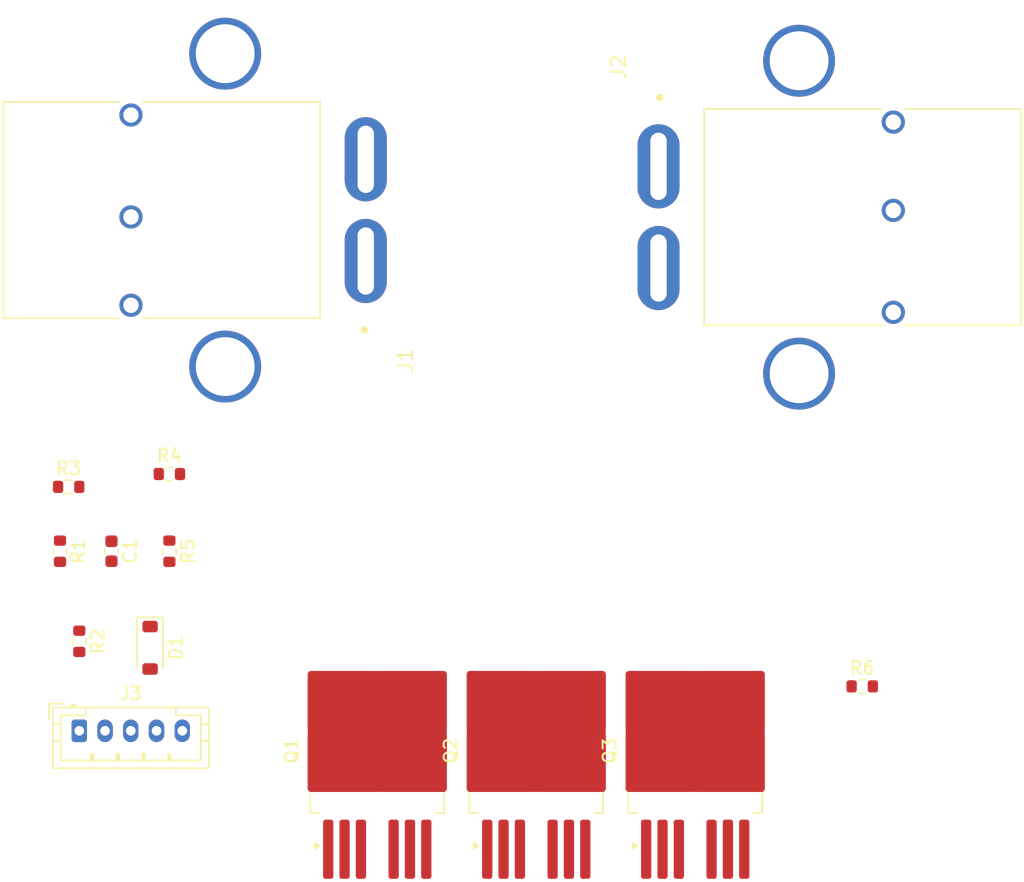
<source format=kicad_pcb>
(kicad_pcb (version 20240108) (generator "pcbnew") (generator_version "8.0")
  (layers (0 "F.Cu" signal) (31 "B.Cu" signal) (34 "B.Paste" user) (35 "F.Paste" user) (36 "B.SilkS" user "B.Silkscreen") (37 "F.SilkS" user "F.Silkscreen") (38 "B.Mask" user) (39 "F.Mask" user) (44 "Edge.Cuts" user))
  (net 0 "")
  (net 1 "/SW")
  (net 2 "Net-(C1-Pad1)")
  (net 3 "-BATT")
  (net 4 "+BATT")
  (net 5 "-VOUT")
  (net 6 "/NC")
  (net 7 "/+LED")
  (net 8 "/NO")
  (footprint "Resistor_SMD:R_0603_1608Metric" (layer "F.Cu") (at 116.675 124)
    (property "Reference" "R3" (at 0 -1.43 360) (layer "F.SilkS"))
    (property "Value" "10k")
    (fp_line (start -0.237258 -0.5225) (end 0.237258 -0.5225) (stroke (width 0.12)) (layer "F.SilkS"))
    (fp_line (start -0.237258 0.5225) (end 0.237258 0.5225) (stroke (width 0.12)) (layer "F.SilkS"))
    (pad "1" smd roundrect (at -0.825 0) (size 0.8 0.95) (layers "F.Cu" "F.Paste" "F.Mask") (net 4 "+BATT"))
    (pad "2" smd roundrect (at 0.825 0) (size 0.8 0.95) (layers "F.Cu" "F.Paste" "F.Mask") (net 8 "/NO"))
  )
  (footprint "Package_TO_SOT_SMD:TO-263-6" (layer "F.Cu") (at 140.65 144.5 90)
    (property "Reference" "Q1" (at 0 -6.65 90) (layer "F.SilkS"))
    (property "Value" "IRFS7530")
    (fp_line (start -3.325 -5.2) (end -4.825 -5.2) (stroke (width 0.12)) (layer "F.SilkS"))
    (fp_line (start -4.825 -5.2) (end -4.825 -4.51) (stroke (width 0.12)) (layer "F.SilkS"))
    (fp_line (start -3.325 5.2) (end -4.825 5.2) (stroke (width 0.12)) (layer "F.SilkS"))
    (fp_line (start -4.825 5.2) (end -4.825 4.51) (stroke (width 0.12)) (layer "F.SilkS"))
    (fp_poly (pts (xy -7.3875 -4.51) (xy -7.6275 -4.84) (xy -7.1475 -4.84) (xy -7.3875 -4.51)) (stroke (width 0.12)) (fill solid) (layer "F.SilkS"))
    (pad "1" smd roundrect (at -7.65 -3.81 90) (size 4.6 0.8) (layers "F.Cu" "F.Paste" "F.Mask") (net 1 "/SW"))
    (pad "2" smd roundrect (at -7.65 -2.54 90) (size 4.6 0.8) (layers "F.Cu" "F.Paste" "F.Mask") (net 3 "-BATT"))
    (pad "3" smd roundrect (at -7.65 -1.27 90) (size 4.6 0.8) (layers "F.Cu" "F.Paste" "F.Mask") (net 3 "-BATT"))
    (pad "4" smd roundrect (at -0.925 -2.775 90) (size 4.55 5.25) (layers "F.Cu" "F.Paste") (roundrect_rratio 0.054945) (net 5 "-VOUT"))
    (pad "4" smd roundrect (at -0.925 2.775 90) (size 4.55 5.25) (layers "F.Cu" "F.Paste") (roundrect_rratio 0.054945) (net 5 "-VOUT"))
    (pad "4" smd roundrect (at 1.5 0 90) (size 9.4 10.8) (layers "F.Cu" "F.Mask") (roundrect_rratio 0.026596) (net 5 "-VOUT"))
    (pad "4" smd roundrect (at 3.925 -2.775 90) (size 4.55 5.25) (layers "F.Cu" "F.Paste") (roundrect_rratio 0.054945) (net 5 "-VOUT"))
    (pad "4" smd roundrect (at 3.925 2.775 90) (size 4.55 5.25) (layers "F.Cu" "F.Paste") (roundrect_rratio 0.054945) (net 5 "-VOUT"))
    (pad "5" smd roundrect (at -7.65 1.27 90) (size 4.6 0.8) (layers "F.Cu" "F.Paste" "F.Mask") (net 3 "-BATT"))
    (pad "6" smd roundrect (at -7.65 2.54 90) (size 4.6 0.8) (layers "F.Cu" "F.Paste" "F.Mask") (net 3 "-BATT"))
    (pad "7" smd roundrect (at -7.65 3.81 90) (size 4.6 0.8) (layers "F.Cu" "F.Paste" "F.Mask") (net 3 "-BATT"))
  )
  (footprint "Diode_SMD:D_SOD-123" (layer "F.Cu") (at 123 136.5 -90)
    (property "Reference" "D1" (at 0 -2 90) (layer "F.SilkS"))
    (property "Value" "12V, 200mW, SOD-123")
    (fp_line (start -2.36 1) (end 1.65 1) (stroke (width 0.12)) (layer "F.SilkS"))
    (fp_line (start -2.36 -1) (end -2.36 1) (stroke (width 0.12)) (layer "F.SilkS"))
    (fp_line (start -2.36 -1) (end 1.65 -1) (stroke (width 0.12)) (layer "F.SilkS"))
    (pad "1" smd roundrect (at -1.65 0 270) (size 0.9 1.2) (layers "F.Cu" "F.Paste" "F.Mask") (net 1 "/SW"))
    (pad "2" smd roundrect (at 1.65 0 270) (size 0.9 1.2) (layers "F.Cu" "F.Paste" "F.Mask") (net 3 "-BATT"))
  )
  (footprint "Package_TO_SOT_SMD:TO-263-6" (layer "F.Cu") (at 153 144.5 90)
    (property "Reference" "Q2" (at 0 -6.65 90) (layer "F.SilkS"))
    (property "Value" "IRFS7530")
    (fp_line (start -3.325 -5.2) (end -4.825 -5.2) (stroke (width 0.12)) (layer "F.SilkS"))
    (fp_line (start -4.825 -5.2) (end -4.825 -4.51) (stroke (width 0.12)) (layer "F.SilkS"))
    (fp_line (start -3.325 5.2) (end -4.825 5.2) (stroke (width 0.12)) (layer "F.SilkS"))
    (fp_line (start -4.825 5.2) (end -4.825 4.51) (stroke (width 0.12)) (layer "F.SilkS"))
    (fp_poly (pts (xy -7.3875 -4.51) (xy -7.6275 -4.84) (xy -7.1475 -4.84) (xy -7.3875 -4.51)) (stroke (width 0.12)) (fill solid) (layer "F.SilkS"))
    (pad "1" smd roundrect (at -7.65 -3.81 90) (size 4.6 0.8) (layers "F.Cu" "F.Paste" "F.Mask") (net 1 "/SW"))
    (pad "2" smd roundrect (at -7.65 -2.54 90) (size 4.6 0.8) (layers "F.Cu" "F.Paste" "F.Mask") (net 3 "-BATT"))
    (pad "3" smd roundrect (at -7.65 -1.27 90) (size 4.6 0.8) (layers "F.Cu" "F.Paste" "F.Mask") (net 3 "-BATT"))
    (pad "4" smd roundrect (at -0.925 -2.775 90) (size 4.55 5.25) (layers "F.Cu" "F.Paste") (roundrect_rratio 0.054945) (net 5 "-VOUT"))
    (pad "4" smd roundrect (at -0.925 2.775 90) (size 4.55 5.25) (layers "F.Cu" "F.Paste") (roundrect_rratio 0.054945) (net 5 "-VOUT"))
    (pad "4" smd roundrect (at 1.5 0 90) (size 9.4 10.8) (layers "F.Cu" "F.Mask") (roundrect_rratio 0.026596) (net 5 "-VOUT"))
    (pad "4" smd roundrect (at 3.925 -2.775 90) (size 4.55 5.25) (layers "F.Cu" "F.Paste") (roundrect_rratio 0.054945) (net 5 "-VOUT"))
    (pad "4" smd roundrect (at 3.925 2.775 90) (size 4.55 5.25) (layers "F.Cu" "F.Paste") (roundrect_rratio 0.054945) (net 5 "-VOUT"))
    (pad "5" smd roundrect (at -7.65 1.27 90) (size 4.6 0.8) (layers "F.Cu" "F.Paste" "F.Mask") (net 3 "-BATT"))
    (pad "6" smd roundrect (at -7.65 2.54 90) (size 4.6 0.8) (layers "F.Cu" "F.Paste" "F.Mask") (net 3 "-BATT"))
    (pad "7" smd roundrect (at -7.65 3.81 90) (size 4.6 0.8) (layers "F.Cu" "F.Paste" "F.Mask") (net 3 "-BATT"))
  )
  (footprint "Connector_JST:JST_PH_B5B-PH-K_1x05_P2.00mm_Vertical" (layer "F.Cu") (at 117.5 142.95)
    (property "Reference" "J3" (at 4 -2.9 360) (layer "F.SilkS"))
    (property "Value" "B5B-PH-K-S")
    (fp_line (start -2.36 -2.11) (end -2.36 -0.86) (stroke (width 0.12)) (layer "F.SilkS"))
    (fp_line (start -2.06 -1.81) (end -2.06 2.91) (stroke (width 0.12)) (layer "F.SilkS"))
    (fp_line (start -2.06 -0.5) (end -1.45 -0.5) (stroke (width 0.12)) (layer "F.SilkS"))
    (fp_line (start -2.06 0.8) (end -1.45 0.8) (stroke (width 0.12)) (layer "F.SilkS"))
    (fp_line (start -2.06 2.91) (end 10.06 2.91) (stroke (width 0.12)) (layer "F.SilkS"))
    (fp_line (start -1.45 -1.2) (end -1.45 2.3) (stroke (width 0.12)) (layer "F.SilkS"))
    (fp_line (start -1.45 2.3) (end 9.45 2.3) (stroke (width 0.12)) (layer "F.SilkS"))
    (fp_line (start -1.11 -2.11) (end -2.36 -2.11) (stroke (width 0.12)) (layer "F.SilkS"))
    (fp_line (start -0.6 -2.01) (end -0.6 -1.81) (stroke (width 0.12)) (layer "F.SilkS"))
    (fp_line (start -0.3 -2.01) (end -0.6 -2.01) (stroke (width 0.12)) (layer "F.SilkS"))
    (fp_line (start -0.3 -1.91) (end -0.6 -1.91) (stroke (width 0.12)) (layer "F.SilkS"))
    (fp_line (start -0.3 -1.81) (end -0.3 -2.01) (stroke (width 0.12)) (layer "F.SilkS"))
    (fp_line (start 0.5 -1.81) (end 0.5 -1.2) (stroke (width 0.12)) (layer "F.SilkS"))
    (fp_line (start 0.5 -1.2) (end -1.45 -1.2) (stroke (width 0.12)) (layer "F.SilkS"))
    (fp_line (start 0.9 1.8) (end 1.1 1.8) (stroke (width 0.12)) (layer "F.SilkS"))
    (fp_line (start 0.9 2.3) (end 0.9 1.8) (stroke (width 0.12)) (layer "F.SilkS"))
    (fp_line (start 1 2.3) (end 1 1.8) (stroke (width 0.12)) (layer "F.SilkS"))
    (fp_line (start 1.1 1.8) (end 1.1 2.3) (stroke (width 0.12)) (layer "F.SilkS"))
    (fp_line (start 2.9 1.8) (end 3.1 1.8) (stroke (width 0.12)) (layer "F.SilkS"))
    (fp_line (start 2.9 2.3) (end 2.9 1.8) (stroke (width 0.12)) (layer "F.SilkS"))
    (fp_line (start 3 2.3) (end 3 1.8) (stroke (width 0.12)) (layer "F.SilkS"))
    (fp_line (start 3.1 1.8) (end 3.1 2.3) (stroke (width 0.12)) (layer "F.SilkS"))
    (fp_line (start 4.9 1.8) (end 5.1 1.8) (stroke (width 0.12)) (layer "F.SilkS"))
    (fp_line (start 4.9 2.3) (end 4.9 1.8) (stroke (width 0.12)) (layer "F.SilkS"))
    (fp_line (start 5 2.3) (end 5 1.8) (stroke (width 0.12)) (layer "F.SilkS"))
    (fp_line (start 5.1 1.8) (end 5.1 2.3) (stroke (width 0.12)) (layer "F.SilkS"))
    (fp_line (start 6.9 1.8) (end 7.1 1.8) (stroke (width 0.12)) (layer "F.SilkS"))
    (fp_line (start 6.9 2.3) (end 6.9 1.8) (stroke (width 0.12)) (layer "F.SilkS"))
    (fp_line (start 7 2.3) (end 7 1.8) (stroke (width 0.12)) (layer "F.SilkS"))
    (fp_line (start 7.1 1.8) (end 7.1 2.3) (stroke (width 0.12)) (layer "F.SilkS"))
    (fp_line (start 7.5 -1.2) (end 7.5 -1.81) (stroke (width 0.12)) (layer "F.SilkS"))
    (fp_line (start 9.45 -1.2) (end 7.5 -1.2) (stroke (width 0.12)) (layer "F.SilkS"))
    (fp_line (start 9.45 2.3) (end 9.45 -1.2) (stroke (width 0.12)) (layer "F.SilkS"))
    (fp_line (start 10.06 -1.81) (end -2.06 -1.81) (stroke (width 0.12)) (layer "F.SilkS"))
    (fp_line (start 10.06 -0.5) (end 9.45 -0.5) (stroke (width 0.12)) (layer "F.SilkS"))
    (fp_line (start 10.06 0.8) (end 9.45 0.8) (stroke (width 0.12)) (layer "F.SilkS"))
    (fp_line (start 10.06 2.91) (end 10.06 -1.81) (stroke (width 0.12)) (layer "F.SilkS"))
    (pad "1" thru_hole roundrect (at 0 0) (size 1.2 1.75) (drill 0.75) (layers "*.Cu" "*.Mask") (roundrect_rratio 0.208333) (net 8 "/NO"))
    (pad "2" thru_hole oval (at 2 0) (size 1.2 1.75) (drill 0.75) (layers "*.Cu" "*.Mask") (net 1 "/SW"))
    (pad "3" thru_hole oval (at 4 0) (size 1.2 1.75) (drill 0.75) (layers "*.Cu" "*.Mask") (net 6 "/NC"))
    (pad "4" thru_hole oval (at 6 0) (size 1.2 1.75) (drill 0.75) (layers "*.Cu" "*.Mask") (net 7 "/+LED"))
    (pad "5" thru_hole oval (at 8 0) (size 1.2 1.75) (drill 0.75) (layers "*.Cu" "*.Mask") (net 5 "-VOUT"))
  )
  (footprint "Resistor_SMD:R_0603_1608Metric" (layer "F.Cu") (at 116 129 -90)
    (property "Reference" "R1" (at 0 -1.43 90) (layer "F.SilkS"))
    (property "Value" "1M")
    (fp_line (start -0.237258 0.5225) (end 0.237258 0.5225) (stroke (width 0.12)) (layer "F.SilkS"))
    (fp_line (start -0.237258 -0.5225) (end 0.237258 -0.5225) (stroke (width 0.12)) (layer "F.SilkS"))
    (pad "1" smd roundrect (at -0.825 0 270) (size 0.8 0.95) (layers "F.Cu" "F.Paste" "F.Mask") (net 4 "+BATT"))
    (pad "2" smd roundrect (at 0.825 0 270) (size 0.8 0.95) (layers "F.Cu" "F.Paste" "F.Mask") (net 1 "/SW"))
  )
  (footprint "Resistor_SMD:R_0603_1608Metric" (layer "F.Cu") (at 124.5 123)
    (property "Reference" "R4" (at 0 -1.43 0) (layer "F.SilkS"))
    (property "Value" "100")
    (fp_line (start -0.237258 -0.5225) (end 0.237258 -0.5225) (stroke (width 0.12)) (layer "F.SilkS"))
    (fp_line (start -0.237258 0.5225) (end 0.237258 0.5225) (stroke (width 0.12)) (layer "F.SilkS"))
    (pad "1" smd roundrect (at -0.825 0) (size 0.8 0.95) (layers "F.Cu" "F.Paste" "F.Mask") (net 6 "/NC"))
    (pad "2" smd roundrect (at 0.825 0) (size 0.8 0.95) (layers "F.Cu" "F.Paste" "F.Mask") (net 3 "-BATT"))
  )
  (footprint "ASMPR45_1X2_RK:APP_ASMPR45-1X2-RK" (layer "F.Cu") (at 139.755 106.45 90)
    (property "Reference" "J1" (at -7.734 3.0988 90) (layer "F.SilkS") (effects (font (size 1.12 1.12))))
    (property "Value" "ASMPR45-1X2-RK")
    (fp_line (start -4.45 -28.14) (end 12.35 -28.14) (stroke (width 0.127)) (layer "F.SilkS"))
    (fp_line (start 12.35 -19.15) (end 12.35 -28.14) (stroke (width 0.127)) (layer "F.SilkS"))
    (fp_line (start -4.45 -19.15) (end -4.45 -28.14) (stroke (width 0.127)) (layer "F.SilkS"))
    (fp_line (start 12.35 -3.54) (end 12.35 -17.3) (stroke (width 0.127)) (layer "F.SilkS"))
    (fp_line (start 12.35 -3.54) (end -4.45 -3.54) (stroke (width 0.127)) (layer "F.SilkS"))
    (fp_line (start -4.45 -3.54) (end -4.45 -17.3) (stroke (width 0.127)) (layer "F.SilkS"))
    (fp_circle (center -5.35 -0.1) (end -5.2 -0.1) (stroke (width 0.3)) (fill none) (layer "F.SilkS"))
    (pad "1" thru_hole oval (at 0 0 90) (size 6.54 3.27) (drill oval 5.23 1.27) (layers "*.Cu" "*.Mask") (net 3 "-BATT"))
    (pad "2" thru_hole oval (at 7.9 0 90) (size 6.54 3.27) (drill oval 5.23 1.27) (layers "*.Cu" "*.Mask") (net 4 "+BATT"))
    (pad "P1" thru_hole circle (at -8.205 -10.92 90) (size 5.586 5.586) (drill 4.57) (layers "*.Cu" "*.Mask"))
    (pad "P2" thru_hole circle (at 16.105 -10.92 90) (size 5.586 5.586) (drill 4.57) (layers "*.Cu" "*.Mask"))
    (pad "P3" thru_hole circle (at -3.44 -18.24 90) (size 1.8 1.8) (drill 1.2) (layers "*.Cu" "*.Mask"))
    (pad "P4" thru_hole circle (at 11.34 -18.24 90) (size 1.8 1.8) (drill 1.2) (layers "*.Cu" "*.Mask"))
    (pad "P5" thru_hole circle (at 3.42 -18.24 90) (size 1.8 1.8) (drill 1.2) (layers "*.Cu" "*.Mask"))
  )
  (footprint "Resistor_SMD:R_0603_1608Metric" (layer "F.Cu") (at 124.5 129 -90)
    (property "Reference" "R5" (at 0 -1.43 90) (layer "F.SilkS"))
    (property "Value" "1k")
    (fp_line (start -0.237258 0.5225) (end 0.237258 0.5225) (stroke (width 0.12)) (layer "F.SilkS"))
    (fp_line (start -0.237258 -0.5225) (end 0.237258 -0.5225) (stroke (width 0.12)) (layer "F.SilkS"))
    (pad "1" smd roundrect (at -0.825 0 270) (size 0.8 0.95) (layers "F.Cu" "F.Paste" "F.Mask") (net 2 "Net-(C1-Pad1)"))
    (pad "2" smd roundrect (at 0.825 0 270) (size 0.8 0.95) (layers "F.Cu" "F.Paste" "F.Mask") (net 5 "-VOUT"))
  )
  (footprint "Capacitor_SMD:C_0603_1608Metric" (layer "F.Cu") (at 120 129 -90)
    (property "Reference" "C1" (at 0 -1.43 90) (layer "F.SilkS"))
    (property "Value" "1u, 0603, 60V, X7R")
    (fp_line (start -0.14058 0.51) (end 0.14058 0.51) (stroke (width 0.12)) (layer "F.SilkS"))
    (fp_line (start -0.14058 -0.51) (end 0.14058 -0.51) (stroke (width 0.12)) (layer "F.SilkS"))
    (pad "1" smd roundrect (at -0.775 0 270) (size 0.9 0.95) (layers "F.Cu" "F.Paste" "F.Mask") (net 2 "Net-(C1-Pad1)"))
    (pad "2" smd roundrect (at 0.775 0 270) (size 0.9 0.95) (layers "F.Cu" "F.Paste" "F.Mask") (net 1 "/SW"))
  )
  (footprint "Resistor_SMD:R_0603_1608Metric" (layer "F.Cu") (at 117.5 136 -90)
    (property "Reference" "R2" (at 0 -1.43 90) (layer "F.SilkS"))
    (property "Value" "1M")
    (fp_line (start -0.237258 0.5225) (end 0.237258 0.5225) (stroke (width 0.12)) (layer "F.SilkS"))
    (fp_line (start -0.237258 -0.5225) (end 0.237258 -0.5225) (stroke (width 0.12)) (layer "F.SilkS"))
    (pad "1" smd roundrect (at -0.825 0 270) (size 0.8 0.95) (layers "F.Cu" "F.Paste" "F.Mask") (net 1 "/SW"))
    (pad "2" smd roundrect (at 0.825 0 270) (size 0.8 0.95) (layers "F.Cu" "F.Paste" "F.Mask") (net 3 "-BATT"))
  )
  (footprint "ASMPR45_1X2_RK:APP_ASMPR45-1X2-RK" (layer "F.Cu") (at 162.5 99.1 -90)
    (property "Reference" "J2" (at -7.734 3.0988 90) (layer "F.SilkS") (effects (font (size 1.12 1.12))))
    (property "Value" "ASMPR45-1X2-RK")
    (fp_line (start -4.45 -3.54) (end -4.45 -17.3) (stroke (width 0.127)) (layer "F.SilkS"))
    (fp_line (start 12.35 -3.54) (end -4.45 -3.54) (stroke (width 0.127)) (layer "F.SilkS"))
    (fp_line (start 12.35 -3.54) (end 12.35 -17.3) (stroke (width 0.127)) (layer "F.SilkS"))
    (fp_line (start -4.45 -19.15) (end -4.45 -28.14) (stroke (width 0.127)) (layer "F.SilkS"))
    (fp_line (start 12.35 -19.15) (end 12.35 -28.14) (stroke (width 0.127)) (layer "F.SilkS"))
    (fp_line (start -4.45 -28.14) (end 12.35 -28.14) (stroke (width 0.127)) (layer "F.SilkS"))
    (fp_circle (center -5.35 -0.1) (end -5.2 -0.1) (stroke (width 0.3)) (fill none) (layer "F.SilkS"))
    (pad "1" thru_hole oval (at 0 0 270) (size 6.54 3.27) (drill oval 5.23 1.27) (layers "*.Cu" "*.Mask") (net 5 "-VOUT"))
    (pad "2" thru_hole oval (at 7.9 0 270) (size 6.54 3.27) (drill oval 5.23 1.27) (layers "*.Cu" "*.Mask") (net 4 "+BATT"))
    (pad "P1" thru_hole circle (at -8.205 -10.92 270) (size 5.586 5.586) (drill 4.57) (layers "*.Cu" "*.Mask"))
    (pad "P2" thru_hole circle (at 16.105 -10.92 270) (size 5.586 5.586) (drill 4.57) (layers "*.Cu" "*.Mask"))
    (pad "P3" thru_hole circle (at -3.44 -18.24 270) (size 1.8 1.8) (drill 1.2) (layers "*.Cu" "*.Mask"))
    (pad "P4" thru_hole circle (at 11.34 -18.24 270) (size 1.8 1.8) (drill 1.2) (layers "*.Cu" "*.Mask"))
    (pad "P5" thru_hole circle (at 3.42 -18.24 270) (size 1.8 1.8) (drill 1.2) (layers "*.Cu" "*.Mask"))
  )
  (footprint "Resistor_SMD:R_0603_1608Metric" (layer "F.Cu") (at 178.325 139.5)
    (property "Reference" "R6" (at 0 -1.43 0) (layer "F.SilkS"))
    (property "Value" "RLED, 0603")
    (fp_line (start -0.237258 -0.5225) (end 0.237258 -0.5225) (stroke (width 0.12)) (layer "F.SilkS"))
    (fp_line (start -0.237258 0.5225) (end 0.237258 0.5225) (stroke (width 0.12)) (layer "F.SilkS"))
    (pad "1" smd roundrect (at -0.825 0) (size 0.8 0.95) (layers "F.Cu" "F.Paste" "F.Mask") (net 4 "+BATT"))
    (pad "2" smd roundrect (at 0.825 0) (size 0.8 0.95) (layers "F.Cu" "F.Paste" "F.Mask") (net 7 "/+LED"))
  )
  (footprint "Package_TO_SOT_SMD:TO-263-6" (layer "F.Cu") (at 165.35 144.5 90)
    (property "Reference" "Q3" (at 0 -6.65 90) (layer "F.SilkS"))
    (property "Value" "IRFS7530")
    (fp_line (start -3.325 -5.2) (end -4.825 -5.2) (stroke (width 0.12)) (layer "F.SilkS"))
    (fp_line (start -4.825 -5.2) (end -4.825 -4.51) (stroke (width 0.12)) (layer "F.SilkS"))
    (fp_line (start -3.325 5.2) (end -4.825 5.2) (stroke (width 0.12)) (layer "F.SilkS"))
    (fp_line (start -4.825 5.2) (end -4.825 4.51) (stroke (width 0.12)) (layer "F.SilkS"))
    (fp_poly (pts (xy -7.3875 -4.51) (xy -7.6275 -4.84) (xy -7.1475 -4.84) (xy -7.3875 -4.51)) (stroke (width 0.12)) (fill solid) (layer "F.SilkS"))
    (pad "1" smd roundrect (at -7.65 -3.81 90) (size 4.6 0.8) (layers "F.Cu" "F.Paste" "F.Mask") (net 1 "/SW"))
    (pad "2" smd roundrect (at -7.65 -2.54 90) (size 4.6 0.8) (layers "F.Cu" "F.Paste" "F.Mask") (net 3 "-BATT"))
    (pad "3" smd roundrect (at -7.65 -1.27 90) (size 4.6 0.8) (layers "F.Cu" "F.Paste" "F.Mask") (net 3 "-BATT"))
    (pad "4" smd roundrect (at -0.925 -2.775 90) (size 4.55 5.25) (layers "F.Cu" "F.Paste") (roundrect_rratio 0.054945) (net 5 "-VOUT"))
    (pad "4" smd roundrect (at -0.925 2.775 90) (size 4.55 5.25) (layers "F.Cu" "F.Paste") (roundrect_rratio 0.054945) (net 5 "-VOUT"))
    (pad "4" smd roundrect (at 1.5 0 90) (size 9.4 10.8) (layers "F.Cu" "F.Mask") (roundrect_rratio 0.026596) (net 5 "-VOUT"))
    (pad "4" smd roundrect (at 3.925 -2.775 90) (size 4.55 5.25) (layers "F.Cu" "F.Paste") (roundrect_rratio 0.054945) (net 5 "-VOUT"))
    (pad "4" smd roundrect (at 3.925 2.775 90) (size 4.55 5.25) (layers "F.Cu" "F.Paste") (roundrect_rratio 0.054945) (net 5 "-VOUT"))
    (pad "5" smd roundrect (at -7.65 1.27 90) (size 4.6 0.8) (layers "F.Cu" "F.Paste" "F.Mask") (net 3 "-BATT"))
    (pad "6" smd roundrect (at -7.65 2.54 90) (size 4.6 0.8) (layers "F.Cu" "F.Paste" "F.Mask") (net 3 "-BATT"))
    (pad "7" smd roundrect (at -7.65 3.81 90) (size 4.6 0.8) (layers "F.Cu" "F.Paste" "F.Mask") (net 3 "-BATT"))
  )
)
</source>
